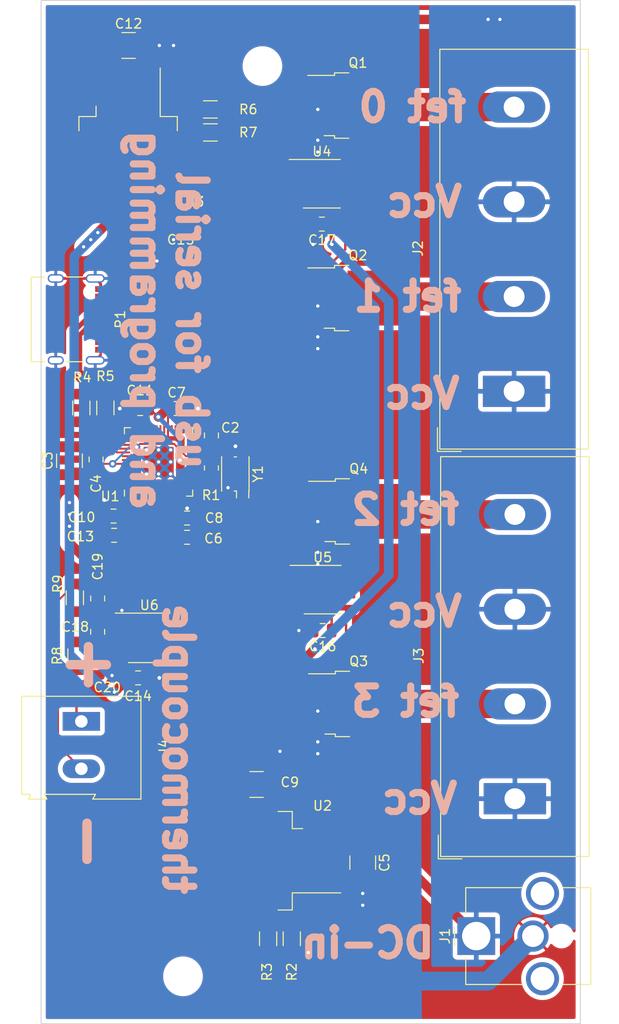
<source format=kicad_pcb>
(kicad_pcb (version 20211014) (generator pcbnew)

  (general
    (thickness 1.6)
  )

  (paper "A4")
  (layers
    (0 "F.Cu" signal)
    (31 "B.Cu" signal)
    (35 "F.Paste" user)
    (36 "B.SilkS" user "B.Silkscreen")
    (37 "F.SilkS" user "F.Silkscreen")
    (38 "B.Mask" user)
    (39 "F.Mask" user)
    (44 "Edge.Cuts" user)
    (45 "Margin" user)
    (46 "B.CrtYd" user "B.Courtyard")
    (47 "F.CrtYd" user "F.Courtyard")
    (49 "F.Fab" user)
  )

  (setup
    (stackup
      (layer "F.SilkS" (type "Top Silk Screen"))
      (layer "F.Paste" (type "Top Solder Paste"))
      (layer "F.Mask" (type "Top Solder Mask") (thickness 0.01))
      (layer "F.Cu" (type "copper") (thickness 0.035))
      (layer "dielectric 1" (type "core") (thickness 1.51) (material "FR4") (epsilon_r 4.5) (loss_tangent 0.02))
      (layer "B.Cu" (type "copper") (thickness 0.035))
      (layer "B.Mask" (type "Bottom Solder Mask") (thickness 0.01))
      (layer "B.SilkS" (type "Bottom Silk Screen"))
      (copper_finish "None")
      (dielectric_constraints no)
    )
    (pad_to_mask_clearance 0)
    (grid_origin 111.6 112)
    (pcbplotparams
      (layerselection 0x00010f8_ffffffff)
      (disableapertmacros false)
      (usegerberextensions false)
      (usegerberattributes true)
      (usegerberadvancedattributes true)
      (creategerberjobfile true)
      (svguseinch false)
      (svgprecision 6)
      (excludeedgelayer true)
      (plotframeref false)
      (viasonmask false)
      (mode 1)
      (useauxorigin false)
      (hpglpennumber 1)
      (hpglpenspeed 20)
      (hpglpendiameter 15.000000)
      (dxfpolygonmode true)
      (dxfimperialunits true)
      (dxfusepcbnewfont true)
      (psnegative false)
      (psa4output false)
      (plotreference true)
      (plotvalue true)
      (plotinvisibletext false)
      (sketchpadsonfab false)
      (subtractmaskfromsilk false)
      (outputformat 1)
      (mirror false)
      (drillshape 0)
      (scaleselection 1)
      (outputdirectory "plots/")
    )
  )

  (net 0 "")
  (net 1 "GND")
  (net 2 "+1V1")
  (net 3 "VCC")
  (net 4 "+3V3")
  (net 5 "+10V")
  (net 6 "Net-(C18-Pad1)")
  (net 7 "Net-(C18-Pad2)")
  (net 8 "unconnected-(U1-Pad8)")
  (net 9 "unconnected-(U1-Pad9)")
  (net 10 "/fet0_out")
  (net 11 "unconnected-(U1-Pad11)")
  (net 12 "unconnected-(U1-Pad12)")
  (net 13 "/fet1_out")
  (net 14 "/fet2_out")
  (net 15 "/fet3_out")
  (net 16 "unconnected-(U1-Pad17)")
  (net 17 "unconnected-(U1-Pad18)")
  (net 18 "Net-(P1-PadA4)")
  (net 19 "unconnected-(P1-PadA5)")
  (net 20 "/USB_D+")
  (net 21 "/USB_D-")
  (net 22 "unconnected-(U1-Pad24)")
  (net 23 "unconnected-(U1-Pad25)")
  (net 24 "unconnected-(U1-Pad26)")
  (net 25 "unconnected-(U1-Pad27)")
  (net 26 "unconnected-(U1-Pad28)")
  (net 27 "unconnected-(U1-Pad29)")
  (net 28 "unconnected-(U1-Pad30)")
  (net 29 "unconnected-(U1-Pad31)")
  (net 30 "unconnected-(U1-Pad32)")
  (net 31 "unconnected-(P1-PadB5)")
  (net 32 "unconnected-(U1-Pad34)")
  (net 33 "unconnected-(U1-Pad35)")
  (net 34 "unconnected-(U1-Pad36)")
  (net 35 "unconnected-(U1-Pad37)")
  (net 36 "unconnected-(U1-Pad38)")
  (net 37 "unconnected-(U1-Pad39)")
  (net 38 "unconnected-(U1-Pad40)")
  (net 39 "unconnected-(U1-Pad41)")
  (net 40 "/fet1_gate")
  (net 41 "/fet2_gate")
  (net 42 "/fet3_gate")
  (net 43 "Net-(R1-Pad1)")
  (net 44 "Net-(R2-Pad1)")
  (net 45 "unconnected-(U1-Pad51)")
  (net 46 "unconnected-(U1-Pad52)")
  (net 47 "unconnected-(U1-Pad53)")
  (net 48 "unconnected-(U1-Pad54)")
  (net 49 "unconnected-(U1-Pad55)")
  (net 50 "unconnected-(U1-Pad56)")
  (net 51 "Net-(R6-Pad1)")
  (net 52 "/TEMP_MISO")
  (net 53 "/TEMP_~{CS}")
  (net 54 "/TEMP_CLK")
  (net 55 "/TEMP_MOSI")
  (net 56 "/TEMP_~{DRDY}")
  (net 57 "/TEMP_~{FAULT}")
  (net 58 "/fet0")
  (net 59 "/fet1")
  (net 60 "/fet2")
  (net 61 "/fet3")
  (net 62 "unconnected-(U4-Pad1)")
  (net 63 "unconnected-(U4-Pad8)")
  (net 64 "unconnected-(U5-Pad1)")
  (net 65 "unconnected-(U5-Pad8)")
  (net 66 "unconnected-(U6-Pad6)")
  (net 67 "/XOUT")
  (net 68 "/XIN")
  (net 69 "Net-(R4-Pad1)")
  (net 70 "Net-(R5-Pad1)")
  (net 71 "Net-(R8-Pad2)")
  (net 72 "Net-(R9-Pad2)")
  (net 73 "/fet0_gate")

  (footprint "Resistor_SMD:R_1206_3216Metric" (layer "F.Cu") (at 114.4975 75.5))

  (footprint "Package_SO:SOIC-8_3.9x4.9mm_P1.27mm" (layer "F.Cu") (at 126.365 126.185))

  (footprint "TerminalBlock_Dinkle:TerminalBlock_Dinkle_DT-55-B01X-04_P10.00mm" (layer "F.Cu") (at 146.6 105.25 90))

  (footprint "Capacitor_SMD:C_0805_2012Metric" (layer "F.Cu") (at 102.41348 112.450147 90))

  (footprint "Capacitor_SMD:C_0805_2012Metric" (layer "F.Cu") (at 102.583 127.115639 90))

  (footprint "Package_TO_SOT_SMD:TO-252-2" (layer "F.Cu") (at 130.09 75.09))

  (footprint "Package_SO:TSSOP-14_4.4x5mm_P0.65mm" (layer "F.Cu") (at 108.044 131.274639))

  (footprint "MountingHole:MountingHole_3.2mm_M3" (layer "F.Cu") (at 111.6 167))

  (footprint "Capacitor_SMD:C_0805_2012Metric" (layer "F.Cu") (at 114.60548 109.910147 90))

  (footprint "MountingHole:MountingHole_3.2mm_M3" (layer "F.Cu") (at 119.996053 70.922987))

  (footprint "Capacitor_SMD:C_0805_2012Metric" (layer "F.Cu") (at 104.25748 118.419147 180))

  (footprint "Oscillator:Oscillator_SMD_EuroQuartz_XO32-4Pin_3.2x2.5mm_HandSoldering" (layer "F.Cu") (at 117.13248 113.974147 90))

  (footprint "Resistor_SMD:R_1206_3216Metric" (layer "F.Cu") (at 114.4975 77.93))

  (footprint "Capacitor_SMD:C_1210_3225Metric" (layer "F.Cu") (at 105.85 68.75))

  (footprint "Package_TO_SOT_SMD:TO-252-2" (layer "F.Cu") (at 130.09 95.41))

  (footprint "Capacitor_SMD:C_0805_2012Metric" (layer "F.Cu") (at 102.583 134.227639 -90))

  (footprint "Connector_USB:USB_C_Receptacle_Palconn_UTC16-G" (layer "F.Cu") (at 100.39 97.658 -90))

  (footprint "Package_TO_SOT_SMD:TO-263-2" (layer "F.Cu") (at 105.8 79.2 -90))

  (footprint "Connector_BarrelJack:BarrelJack_CUI_PJ-063AH_Horizontal_CircularHoles" (layer "F.Cu") (at 142.6 162.75 90))

  (footprint "Capacitor_SMD:C_0805_2012Metric" (layer "F.Cu") (at 126.365 130.5 180))

  (footprint "Capacitor_SMD:C_1210_3225Metric" (layer "F.Cu") (at 130.6 155 -90))

  (footprint "RP2040:RP2040-QFN-56" (layer "F.Cu") (at 109.01748 112.704147 90))

  (footprint "Capacitor_SMD:C_0805_2012Metric" (layer "F.Cu") (at 112.032 118.629))

  (footprint "TerminalBlock_Dinkle:TerminalBlock_Dinkle_DT-55-B01X-04_P10.00mm" (layer "F.Cu") (at 146.685 148.25 90))

  (footprint "Capacitor_SMD:C_1210_3225Metric" (layer "F.Cu") (at 119.375 146.75))

  (footprint "Capacitor_SMD:C_0805_2012Metric" (layer "F.Cu") (at 106.85 135.5))

  (footprint "Resistor_SMD:R_1206_3216Metric" (layer "F.Cu") (at 100.856 107.0065 90))

  (footprint "Package_SO:SOIC-8_3.9x4.9mm_P1.27mm" (layer "F.Cu") (at 126.28 83.345))

  (footprint "Capacitor_SMD:C_1210_3225Metric" (layer "F.Cu") (at 107.35 89.25))

  (footprint "Resistor_SMD:R_1206_3216Metric" (layer "F.Cu") (at 100.17 127.0475 90))

  (footprint "Resistor_SMD:R_1206_3216Metric" (layer "F.Cu") (at 103.396 107.0065 90))

  (footprint "Package_TO_SOT_SMD:TO-263-2" (layer "F.Cu") (at 120.2 154.8 180))

  (footprint "Resistor_SMD:R_1206_3216Metric" (layer "F.Cu") (at 123.1 163.0375 -90))

  (footprint "Resistor_SMD:R_0805_2012Metric" (layer "F.Cu") (at 114.60548 113.339147 90))

  (footprint "Package_TO_SOT_SMD:TO-252-2" (layer "F.Cu") (at 130.175 138.25))

  (footprint "Capacitor_SMD:C_0805_2012Metric" (layer "F.Cu") (at 110.92248 107.072))

  (footprint "Capacitor_SMD:C_0805_2012Metric" (layer "F.Cu") (at 102.583 130.639639 90))

  (footprint "Resistor_SMD:R_1206_3216Metric" (layer "F.Cu") (at 120.6 163.0375 -90))

  (footprint "Capacitor_SMD:C_0805_2012Metric" (layer "F.Cu") (at 107.079 107.072 180))

  (footprint "Package_TO_SOT_SMD:TO-252-2" (layer "F.Cu") (at 130.175 117.93))

  (footprint "Capacitor_SMD:C_0805_2012Metric" (layer "F.Cu") (at 104.31848 120.451147 180))

  (footprint "TerminalBlock:TerminalBlock_Altech_AK300-2_P5.00mm" (layer "F.Cu")
    (tedit 59FF0306) (tstamp e1265ea0-06ca-4fa0-97ec-83f47f1f5976)
    (at 100.856 140.092 -90)
    (descr "Altech AK300 terminal block, pitch 5.0mm, 45 degree angled, see http://www.mouser.com/ds/2/16/PCBMETRC-24178.pdf")
    (tags "Altech AK300 terminal block pitch 5.0mm")
    (property "Sheetfile" "soldeerStation.kicad_sch")
    (property "Sheetname" "")
    (path "/1167eeea-1c11-4b38-b04a-cb605431e95e")
    (attr through_hole)
    (fp_text reference "J4" (at 2.708 -8.744 90) (layer "F.SilkS")
      (effects (font (size 1 1) (thickness 0.15)))
      (tstamp 1d936c65-e84c-43b6-b69e-05da4a44d64e)
    )
    (fp_text value "Screw_Terminal_01x02" (at 2.78 7.75 90) (layer "F.Fab")
      (effects (font (size 1 1) (thickness 0.15)))
      (tstamp 5ce8b0f6-844c-4098-afa1-16ce947f2e04)
    )
    (fp_text user "${REFERENCE}" (at 2.5 -2 90) (layer "F.Fab")
      (effects (font (size 1 1) (thickness 0.15)))
      (tstamp fd4a2d63-6d29-4b19-a032-45671b418c2e)
    )
    (fp_line (start 8.2 3.65) (end 7.7 3.9) (layer "F.SilkS") (width 0.12) (tstamp 2002844c-f50d-4fb8-92d5-72a7debd6d68))
    (fp_line (start 7.7 6.3) (end 7.7 5.35) (layer "F.SilkS") (width 0.12) (tstamp 4046c4ea-d97f-4146-989d-82f35312d164))
    (fp_line (start 8.2 3.7) (end 8.2 3.65) (layer "F.SilkS") (width 0.12) (tstamp 57c59139-3a87-48c8-804b-b1c796f1fc50))
    (fp_line (start 8.2 5.6) (end 8.2 3.7) (layer "F.SilkS") (width 0.12) (tstamp 75bad821-cb40-4215-91a8-82557efbcca4))
    (fp_line (start -2.65 6.3) (end 7.7 6.3) (layer "F.SilkS") (width 0.12) (tstamp 7ef70594-a7fe-46dd-93dc-15e6761b5a0f))
    (fp_line (start -2.65 -6.3) (end -2.65 6.3) (layer "F.SilkS") (width 0.12) (tstamp 87ba81c6-0883-4074-9993-492a8f65d83a))
    (fp_line (start 8.2 -1.2) (end 8.2 -6.3) (layer "F.SilkS") (width 0.12) (tstamp a2f0871d-ebf1-4cb3-8aa7-981a44b0a88e))
    (fp_line (start 7.7 -1.5) (end 8.2 -1.2) (layer "F.SilkS") (width 0.12) (tstamp b0d68d06-d23a-4f7b-b9a3-1bf17d107344))
    (fp_line (start 7.7 5.35) (end 8.2 5.6) (layer "F.SilkS") (width 0.12) (tstamp b34ff117-ac73-4d83-bdb4-2f741f453152))
    (fp_line (start 7.7 3.9) (end 7.7 -1.5) (layer "F.SilkS") (width 0.12) (tstamp bab16c15-bc73-4c82-823d-f7da969637f2))
    (fp_line (start 8.2 -6.3) (end -2.65 -6.3) (layer "F.SilkS") (width 0.12) (tstamp ff428d33-8d1b-40cf-b655-b1ecf465e5a2))
    (fp_line (start -2.83 -6.47) (end 8.36 -6.47) (layer "F.CrtYd") (width 0.05) (tstamp 67def6b5-d49a-43c4-9212-b9f4eb6c7df6))
    (fp_line (start -2.83 -6.47) (end -2.83 6.47) (layer "F.CrtYd") (width 0.05) (tstamp 7b73cc0b-e7cd-41f0-9d3a-e6c71fee939c))
    (fp_line (start 8.36 6.47) (end -2.83 6.47) (layer "F.CrtYd") (width 0.05) (tstamp dfea3e08-f33b-449a-a817-ec827e69ee35))
    (fp_line (start 8.36 6.47) (end 8.36 -6.47) (layer "F.CrtYd") (width 0.05) (tstamp f4764287-8f1e-4f63-be5e-e90e80f9d802))
    (fp_line (start -2.02 6.22) (end 2.04 6.22) (layer "F.Fab") (width 0.1) (tstamp 01adc259-4fe4-461d-81c7-5569d31bd99b))
    (fp_line (start 1.66 -0.64) (end 3.36 -0.64) (layer "F.Fab") (width 0.1) (tstamp 035fdba7-d92a-4262-9329-a6006dc6428a))
    (fp_line (start 2.98 6.22) (end 7.05 6.22) (layer "F.Fab") (width 0.1) (tstamp 063a362e-5532-49e1-b61d-b75b3b04aae6))
    (fp_line (start 2.98 4.32) (end 2.98 -0.25) (layer "F.Fab") (width 0.1) (tstamp 0aedfcbb-8af2-4bd5-81b7-57d507a938c1))
    (fp_line (start -2.02 4.32) (end -2.02 6.22) (layer "F.Fab") (width 0.1) (tstamp 10451b12-0f83-4172-91bc-d83046a8fa75))
    (fp_line (start -2.02 -3.43) (end -2.02 -5.97) (layer "F.Fab") (width 0.1) (tstamp 134d3ec1-02c2-4158-8afb-3f6bf7e08870))
    (fp_line (start -2.02 -0.25) (end -1.64 -0.25) (layer "F.Fab") (width 0.1) (tstamp 137c8541-d265-4d79-bd92-3d8e463a2107))
    (fp_line (start 1.66 -0.25) (end -1.64 -0.25) (layer "F.Fab") (width 0.1) (tstamp 18b33181-1b2c-4dfe-a6dd-55d7bc2a58ff))
    (fp_line (start 2.04 4.32) (end -2.02 4.32) (layer "F.Fab") (width 0.1) (tstamp 21343d57-2e68-476c-807e-388b40d4b64c))
    (fp_line (start 7.61 -6.22) (end -2.58 -6.22) (layer "F.Fab") (width 0.1) (tstamp 22ce5079-131d-48c1-ae17-277591d02a1a))
    (fp_line (start 7.61 -3.17) (end 7.61 -1.65) (layer "F.Fab") (width 0.1) (tstamp 2366af2e-f792-4675-90f6-f3afc9cf2755))
    (fp_line (start -1.64 0.51) (end -1.26 0.51) (layer "F.Fab") (width 0.1) (tstamp 24975e8c-c8ed-49d7-9cee-3a2d21cc7f04))
    (fp_line (start 7.61 -6.22) (end 8.11 -6.22) (layer "F.Fab") (width 0.1) (tstamp 25720e9b-9005-452f-ae80-b719163d279c))
    (fp_line (start 7.05 4.32) (end 7.05 6.22) (layer "F.Fab") (width 0.1) (tstamp 2850f775-392a-4574-abda-0dbc81ebabcb))
    (fp_line (start 3.52 -4.32) (end 6.56 -4.95) (layer "F.Fab") (width 0.1) (tstamp 2a7cea5d-ecfd-4004-b22e-18ab11e7457e))
    (fp_line (start -1.49 -4.32) (end 1.56 -4.95) (layer "F.Fab") (width 0.1) (tstamp 31342d17-3bc1-4a32-880a-89d3d11f62db))
    (fp_line (start 3.74 -0.25) (end 6.28 -0.25) (layer "F.Fab") (width 0.1) (tstamp 38ee728b-65ff-4d25-898e-87137318bf95))
    (fp_line (start -1.26 2.54) (end 1.28 2.54) (layer "F.Fab") (width 0.1) (tstamp 3c2e134f-6a71-4cfb-bd27-ff1f62e6cc3d))
    (fp_line (start -2.58 -3.17) (end -2.58 -6.22) (layer "F.Fab") (width 0.1) (tstamp 41aa5fcb-ed06-4133-8c8e-96863d6575e2))
    (fp_line (start 8.11 5.46) (end 7.61 5.21) (layer "F.Fab") (width 0.1) (tstamp 43831f1c-df98-408a-b204-433f58e9f036))
    (fp_line (start 2.98 -0.25) (end 3.36 -0.25) (layer "F.Fab") (width 0.1) (tstamp 4467b1fb-3c7d-4258-9e4e-3308fd7cc1dd))
    (fp_line (start 2.98 -3.43) (end 2.98 -5.97) (layer "F.Fab") (width 0.1) (tstamp 45e9d8a1-57c4-4da6-9d6f-e66d46f43440))
    (fp_line (start 3.36 -0.25) (end 6.67 -0.25) (layer "F.Fab") (width 0.1) (tstamp 46366283-2ae3-466e-bb4d-f6e239768376))
    (fp_line (start 1.66 0.51) (end 1.28 0.51) (layer "F.Fab") (width 0.1) (tstamp 467013df-0bb8-4aea-b048-b81e8b5ffe2a))
    (fp_line (start 7.05 6.22) (end 7.61 6.22) (layer "F.Fab") (wid
... [458827 chars truncated]
</source>
